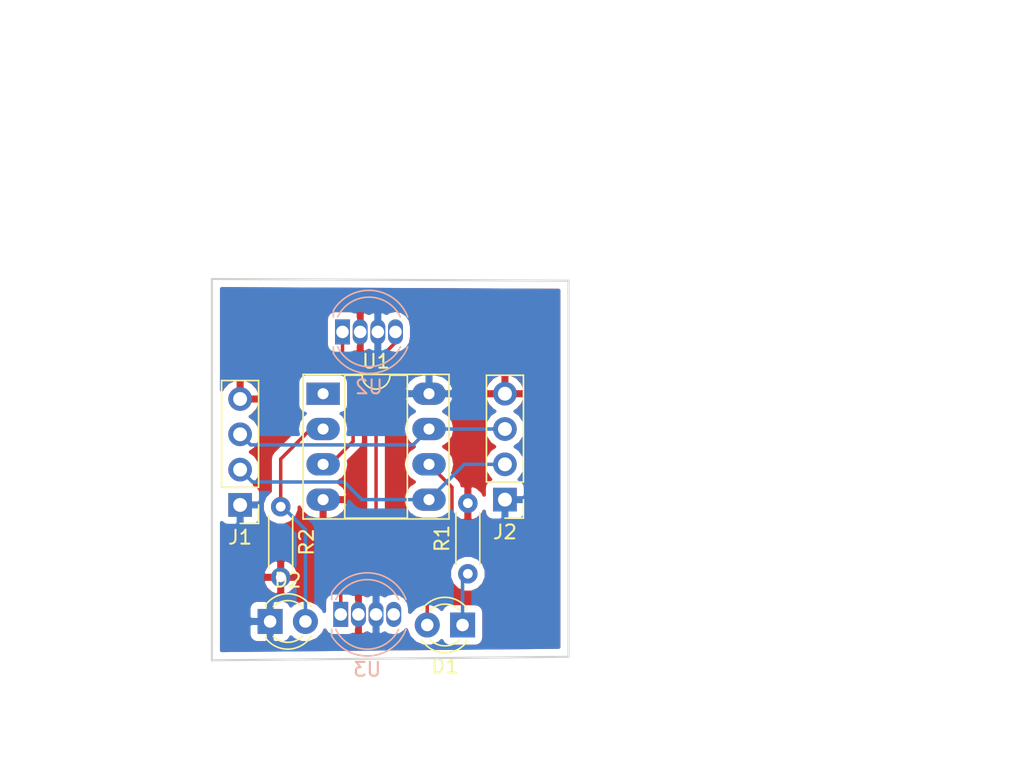
<source format=kicad_pcb>
(kicad_pcb (version 4) (host pcbnew 4.0.7)

  (general
    (links 21)
    (no_connects 0)
    (area 144.450999 121.971999 170.255001 149.554001)
    (thickness 1.6)
    (drawings 4)
    (tracks 33)
    (zones 0)
    (modules 9)
    (nets 12)
  )

  (page A4)
  (layers
    (0 F.Cu signal)
    (31 B.Cu signal)
    (32 B.Adhes user)
    (33 F.Adhes user)
    (34 B.Paste user)
    (35 F.Paste user)
    (36 B.SilkS user)
    (37 F.SilkS user)
    (38 B.Mask user)
    (39 F.Mask user)
    (40 Dwgs.User user)
    (41 Cmts.User user)
    (42 Eco1.User user)
    (43 Eco2.User user)
    (44 Edge.Cuts user)
    (45 Margin user)
    (46 B.CrtYd user)
    (47 F.CrtYd user)
    (48 B.Fab user)
    (49 F.Fab user)
  )

  (setup
    (last_trace_width 0.25)
    (trace_clearance 0.2)
    (zone_clearance 0.508)
    (zone_45_only no)
    (trace_min 0.2)
    (segment_width 0.2)
    (edge_width 0.15)
    (via_size 0.6)
    (via_drill 0.4)
    (via_min_size 0.4)
    (via_min_drill 0.3)
    (uvia_size 0.3)
    (uvia_drill 0.1)
    (uvias_allowed no)
    (uvia_min_size 0.2)
    (uvia_min_drill 0.1)
    (pcb_text_width 0.3)
    (pcb_text_size 1.5 1.5)
    (mod_edge_width 0.15)
    (mod_text_size 1 1)
    (mod_text_width 0.15)
    (pad_size 1.524 1.524)
    (pad_drill 0.762)
    (pad_to_mask_clearance 0.2)
    (aux_axis_origin 0 0)
    (visible_elements 7FFFFFFF)
    (pcbplotparams
      (layerselection 0x00030_80000001)
      (usegerberextensions false)
      (excludeedgelayer true)
      (linewidth 0.100000)
      (plotframeref false)
      (viasonmask false)
      (mode 1)
      (useauxorigin false)
      (hpglpennumber 1)
      (hpglpenspeed 20)
      (hpglpendiameter 15)
      (hpglpenoverlay 2)
      (psnegative false)
      (psa4output false)
      (plotreference true)
      (plotvalue true)
      (plotinvisibletext false)
      (padsonsilk false)
      (subtractmaskfromsilk false)
      (outputformat 1)
      (mirror false)
      (drillshape 1)
      (scaleselection 1)
      (outputdirectory ""))
  )

  (net 0 "")
  (net 1 "Net-(D1-Pad1)")
  (net 2 "Net-(D1-Pad2)")
  (net 3 VCC)
  (net 4 "Net-(D2-Pad2)")
  (net 5 "Net-(J1-Pad2)")
  (net 6 "Net-(J1-Pad3)")
  (net 7 GND)
  (net 8 "Net-(U1-Pad1)")
  (net 9 "Net-(U1-Pad3)")
  (net 10 "Net-(U2-Pad4)")
  (net 11 "Net-(U3-Pad4)")

  (net_class Default "This is the default net class."
    (clearance 0.2)
    (trace_width 0.25)
    (via_dia 0.6)
    (via_drill 0.4)
    (uvia_dia 0.3)
    (uvia_drill 0.1)
    (add_net GND)
    (add_net "Net-(D1-Pad1)")
    (add_net "Net-(D1-Pad2)")
    (add_net "Net-(D2-Pad2)")
    (add_net "Net-(J1-Pad2)")
    (add_net "Net-(J1-Pad3)")
    (add_net "Net-(U1-Pad1)")
    (add_net "Net-(U1-Pad3)")
    (add_net "Net-(U2-Pad4)")
    (add_net "Net-(U3-Pad4)")
    (add_net VCC)
  )

  (module Housings_DIP:DIP-8_W7.62mm_Socket_LongPads (layer F.Cu) (tedit 59C78D6B) (tstamp 5AA6F01D)
    (at 152.527 130.302)
    (descr "8-lead though-hole mounted DIP package, row spacing 7.62 mm (300 mils), Socket, LongPads")
    (tags "THT DIP DIL PDIP 2.54mm 7.62mm 300mil Socket LongPads")
    (path /5AA585CE)
    (fp_text reference U1 (at 3.81 -2.33) (layer F.SilkS)
      (effects (font (size 1 1) (thickness 0.15)))
    )
    (fp_text value ATTINY85-20SU (at 3.81 9.95) (layer F.Fab)
      (effects (font (size 1 1) (thickness 0.15)))
    )
    (fp_arc (start 3.81 -1.33) (end 2.81 -1.33) (angle -180) (layer F.SilkS) (width 0.12))
    (fp_line (start 1.635 -1.27) (end 6.985 -1.27) (layer F.Fab) (width 0.1))
    (fp_line (start 6.985 -1.27) (end 6.985 8.89) (layer F.Fab) (width 0.1))
    (fp_line (start 6.985 8.89) (end 0.635 8.89) (layer F.Fab) (width 0.1))
    (fp_line (start 0.635 8.89) (end 0.635 -0.27) (layer F.Fab) (width 0.1))
    (fp_line (start 0.635 -0.27) (end 1.635 -1.27) (layer F.Fab) (width 0.1))
    (fp_line (start -1.27 -1.33) (end -1.27 8.95) (layer F.Fab) (width 0.1))
    (fp_line (start -1.27 8.95) (end 8.89 8.95) (layer F.Fab) (width 0.1))
    (fp_line (start 8.89 8.95) (end 8.89 -1.33) (layer F.Fab) (width 0.1))
    (fp_line (start 8.89 -1.33) (end -1.27 -1.33) (layer F.Fab) (width 0.1))
    (fp_line (start 2.81 -1.33) (end 1.56 -1.33) (layer F.SilkS) (width 0.12))
    (fp_line (start 1.56 -1.33) (end 1.56 8.95) (layer F.SilkS) (width 0.12))
    (fp_line (start 1.56 8.95) (end 6.06 8.95) (layer F.SilkS) (width 0.12))
    (fp_line (start 6.06 8.95) (end 6.06 -1.33) (layer F.SilkS) (width 0.12))
    (fp_line (start 6.06 -1.33) (end 4.81 -1.33) (layer F.SilkS) (width 0.12))
    (fp_line (start -1.44 -1.39) (end -1.44 9.01) (layer F.SilkS) (width 0.12))
    (fp_line (start -1.44 9.01) (end 9.06 9.01) (layer F.SilkS) (width 0.12))
    (fp_line (start 9.06 9.01) (end 9.06 -1.39) (layer F.SilkS) (width 0.12))
    (fp_line (start 9.06 -1.39) (end -1.44 -1.39) (layer F.SilkS) (width 0.12))
    (fp_line (start -1.55 -1.6) (end -1.55 9.2) (layer F.CrtYd) (width 0.05))
    (fp_line (start -1.55 9.2) (end 9.15 9.2) (layer F.CrtYd) (width 0.05))
    (fp_line (start 9.15 9.2) (end 9.15 -1.6) (layer F.CrtYd) (width 0.05))
    (fp_line (start 9.15 -1.6) (end -1.55 -1.6) (layer F.CrtYd) (width 0.05))
    (fp_text user %R (at 3.81 3.81) (layer F.Fab)
      (effects (font (size 1 1) (thickness 0.15)))
    )
    (pad 1 thru_hole rect (at 0 0) (size 2.4 1.6) (drill 0.8) (layers *.Cu *.Mask)
      (net 8 "Net-(U1-Pad1)"))
    (pad 5 thru_hole oval (at 7.62 7.62) (size 2.4 1.6) (drill 0.8) (layers *.Cu *.Mask)
      (net 5 "Net-(J1-Pad2)"))
    (pad 2 thru_hole oval (at 0 2.54) (size 2.4 1.6) (drill 0.8) (layers *.Cu *.Mask)
      (net 4 "Net-(D2-Pad2)"))
    (pad 6 thru_hole oval (at 7.62 5.08) (size 2.4 1.6) (drill 0.8) (layers *.Cu *.Mask)
      (net 2 "Net-(D1-Pad2)"))
    (pad 3 thru_hole oval (at 0 5.08) (size 2.4 1.6) (drill 0.8) (layers *.Cu *.Mask)
      (net 9 "Net-(U1-Pad3)"))
    (pad 7 thru_hole oval (at 7.62 2.54) (size 2.4 1.6) (drill 0.8) (layers *.Cu *.Mask)
      (net 6 "Net-(J1-Pad3)"))
    (pad 4 thru_hole oval (at 0 7.62) (size 2.4 1.6) (drill 0.8) (layers *.Cu *.Mask)
      (net 7 GND))
    (pad 8 thru_hole oval (at 7.62 0) (size 2.4 1.6) (drill 0.8) (layers *.Cu *.Mask)
      (net 3 VCC))
    (model ${KISYS3DMOD}/Housings_DIP.3dshapes/DIP-8_W7.62mm_Socket.wrl
      (at (xyz 0 0 0))
      (scale (xyz 1 1 1))
      (rotate (xyz 0 0 0))
    )
  )

  (module Socket_Strips:Socket_Strip_Straight_1x04_Pitch2.54mm (layer F.Cu) (tedit 58CD5446) (tstamp 5AA6EFBE)
    (at 146.558 138.303 180)
    (descr "Through hole straight socket strip, 1x04, 2.54mm pitch, single row")
    (tags "Through hole socket strip THT 1x04 2.54mm single row")
    (path /5AA58693)
    (fp_text reference J1 (at 0 -2.33 180) (layer F.SilkS)
      (effects (font (size 1 1) (thickness 0.15)))
    )
    (fp_text value "I2C in" (at 0 9.95 180) (layer F.Fab)
      (effects (font (size 1 1) (thickness 0.15)))
    )
    (fp_line (start -1.27 -1.27) (end -1.27 8.89) (layer F.Fab) (width 0.1))
    (fp_line (start -1.27 8.89) (end 1.27 8.89) (layer F.Fab) (width 0.1))
    (fp_line (start 1.27 8.89) (end 1.27 -1.27) (layer F.Fab) (width 0.1))
    (fp_line (start 1.27 -1.27) (end -1.27 -1.27) (layer F.Fab) (width 0.1))
    (fp_line (start -1.33 1.27) (end -1.33 8.95) (layer F.SilkS) (width 0.12))
    (fp_line (start -1.33 8.95) (end 1.33 8.95) (layer F.SilkS) (width 0.12))
    (fp_line (start 1.33 8.95) (end 1.33 1.27) (layer F.SilkS) (width 0.12))
    (fp_line (start 1.33 1.27) (end -1.33 1.27) (layer F.SilkS) (width 0.12))
    (fp_line (start -1.33 0) (end -1.33 -1.33) (layer F.SilkS) (width 0.12))
    (fp_line (start -1.33 -1.33) (end 0 -1.33) (layer F.SilkS) (width 0.12))
    (fp_line (start -1.8 -1.8) (end -1.8 9.4) (layer F.CrtYd) (width 0.05))
    (fp_line (start -1.8 9.4) (end 1.8 9.4) (layer F.CrtYd) (width 0.05))
    (fp_line (start 1.8 9.4) (end 1.8 -1.8) (layer F.CrtYd) (width 0.05))
    (fp_line (start 1.8 -1.8) (end -1.8 -1.8) (layer F.CrtYd) (width 0.05))
    (fp_text user %R (at 0 -2.33 180) (layer F.Fab)
      (effects (font (size 1 1) (thickness 0.15)))
    )
    (pad 1 thru_hole rect (at 0 0 180) (size 1.7 1.7) (drill 1) (layers *.Cu *.Mask)
      (net 3 VCC))
    (pad 2 thru_hole oval (at 0 2.54 180) (size 1.7 1.7) (drill 1) (layers *.Cu *.Mask)
      (net 5 "Net-(J1-Pad2)"))
    (pad 3 thru_hole oval (at 0 5.08 180) (size 1.7 1.7) (drill 1) (layers *.Cu *.Mask)
      (net 6 "Net-(J1-Pad3)"))
    (pad 4 thru_hole oval (at 0 7.62 180) (size 1.7 1.7) (drill 1) (layers *.Cu *.Mask)
      (net 7 GND))
    (model ${KISYS3DMOD}/Socket_Strips.3dshapes/Socket_Strip_Straight_1x04_Pitch2.54mm.wrl
      (at (xyz 0 -0.15 0))
      (scale (xyz 1 1 1))
      (rotate (xyz 0 0 270))
    )
  )

  (module LEDs:LED_D3.0mm (layer F.Cu) (tedit 587A3A7B) (tstamp 5AA6EF94)
    (at 162.56 146.939 180)
    (descr "LED, diameter 3.0mm, 2 pins")
    (tags "LED diameter 3.0mm 2 pins")
    (path /5AA5877B)
    (fp_text reference D1 (at 1.27 -2.96 180) (layer F.SilkS)
      (effects (font (size 1 1) (thickness 0.15)))
    )
    (fp_text value IR204A (at 1.27 2.96 180) (layer F.Fab)
      (effects (font (size 1 1) (thickness 0.15)))
    )
    (fp_arc (start 1.27 0) (end -0.23 -1.16619) (angle 284.3) (layer F.Fab) (width 0.1))
    (fp_arc (start 1.27 0) (end -0.29 -1.235516) (angle 108.8) (layer F.SilkS) (width 0.12))
    (fp_arc (start 1.27 0) (end -0.29 1.235516) (angle -108.8) (layer F.SilkS) (width 0.12))
    (fp_arc (start 1.27 0) (end 0.229039 -1.08) (angle 87.9) (layer F.SilkS) (width 0.12))
    (fp_arc (start 1.27 0) (end 0.229039 1.08) (angle -87.9) (layer F.SilkS) (width 0.12))
    (fp_circle (center 1.27 0) (end 2.77 0) (layer F.Fab) (width 0.1))
    (fp_line (start -0.23 -1.16619) (end -0.23 1.16619) (layer F.Fab) (width 0.1))
    (fp_line (start -0.29 -1.236) (end -0.29 -1.08) (layer F.SilkS) (width 0.12))
    (fp_line (start -0.29 1.08) (end -0.29 1.236) (layer F.SilkS) (width 0.12))
    (fp_line (start -1.15 -2.25) (end -1.15 2.25) (layer F.CrtYd) (width 0.05))
    (fp_line (start -1.15 2.25) (end 3.7 2.25) (layer F.CrtYd) (width 0.05))
    (fp_line (start 3.7 2.25) (end 3.7 -2.25) (layer F.CrtYd) (width 0.05))
    (fp_line (start 3.7 -2.25) (end -1.15 -2.25) (layer F.CrtYd) (width 0.05))
    (pad 1 thru_hole rect (at 0 0 180) (size 1.8 1.8) (drill 0.9) (layers *.Cu *.Mask)
      (net 1 "Net-(D1-Pad1)"))
    (pad 2 thru_hole circle (at 2.54 0 180) (size 1.8 1.8) (drill 0.9) (layers *.Cu *.Mask)
      (net 2 "Net-(D1-Pad2)"))
    (model ${KISYS3DMOD}/LEDs.3dshapes/LED_D3.0mm.wrl
      (at (xyz 0 0 0))
      (scale (xyz 0.393701 0.393701 0.393701))
      (rotate (xyz 0 0 0))
    )
  )

  (module LEDs:LED_D3.0mm (layer F.Cu) (tedit 587A3A7B) (tstamp 5AA6EFA7)
    (at 148.717 146.685)
    (descr "LED, diameter 3.0mm, 2 pins")
    (tags "LED diameter 3.0mm 2 pins")
    (path /5AA587A8)
    (fp_text reference D2 (at 1.27 -2.96) (layer F.SilkS)
      (effects (font (size 1 1) (thickness 0.15)))
    )
    (fp_text value D_Photo (at 1.27 2.96) (layer F.Fab)
      (effects (font (size 1 1) (thickness 0.15)))
    )
    (fp_arc (start 1.27 0) (end -0.23 -1.16619) (angle 284.3) (layer F.Fab) (width 0.1))
    (fp_arc (start 1.27 0) (end -0.29 -1.235516) (angle 108.8) (layer F.SilkS) (width 0.12))
    (fp_arc (start 1.27 0) (end -0.29 1.235516) (angle -108.8) (layer F.SilkS) (width 0.12))
    (fp_arc (start 1.27 0) (end 0.229039 -1.08) (angle 87.9) (layer F.SilkS) (width 0.12))
    (fp_arc (start 1.27 0) (end 0.229039 1.08) (angle -87.9) (layer F.SilkS) (width 0.12))
    (fp_circle (center 1.27 0) (end 2.77 0) (layer F.Fab) (width 0.1))
    (fp_line (start -0.23 -1.16619) (end -0.23 1.16619) (layer F.Fab) (width 0.1))
    (fp_line (start -0.29 -1.236) (end -0.29 -1.08) (layer F.SilkS) (width 0.12))
    (fp_line (start -0.29 1.08) (end -0.29 1.236) (layer F.SilkS) (width 0.12))
    (fp_line (start -1.15 -2.25) (end -1.15 2.25) (layer F.CrtYd) (width 0.05))
    (fp_line (start -1.15 2.25) (end 3.7 2.25) (layer F.CrtYd) (width 0.05))
    (fp_line (start 3.7 2.25) (end 3.7 -2.25) (layer F.CrtYd) (width 0.05))
    (fp_line (start 3.7 -2.25) (end -1.15 -2.25) (layer F.CrtYd) (width 0.05))
    (pad 1 thru_hole rect (at 0 0) (size 1.8 1.8) (drill 0.9) (layers *.Cu *.Mask)
      (net 3 VCC))
    (pad 2 thru_hole circle (at 2.54 0) (size 1.8 1.8) (drill 0.9) (layers *.Cu *.Mask)
      (net 4 "Net-(D2-Pad2)"))
    (model ${KISYS3DMOD}/LEDs.3dshapes/LED_D3.0mm.wrl
      (at (xyz 0 0 0))
      (scale (xyz 0.393701 0.393701 0.393701))
      (rotate (xyz 0 0 0))
    )
  )

  (module Socket_Strips:Socket_Strip_Straight_1x04_Pitch2.54mm (layer F.Cu) (tedit 58CD5446) (tstamp 5AA6EFD5)
    (at 165.608 137.922 180)
    (descr "Through hole straight socket strip, 1x04, 2.54mm pitch, single row")
    (tags "Through hole socket strip THT 1x04 2.54mm single row")
    (path /5AA586DC)
    (fp_text reference J2 (at 0 -2.33 180) (layer F.SilkS)
      (effects (font (size 1 1) (thickness 0.15)))
    )
    (fp_text value "I2C out" (at 0 9.95 180) (layer F.Fab)
      (effects (font (size 1 1) (thickness 0.15)))
    )
    (fp_line (start -1.27 -1.27) (end -1.27 8.89) (layer F.Fab) (width 0.1))
    (fp_line (start -1.27 8.89) (end 1.27 8.89) (layer F.Fab) (width 0.1))
    (fp_line (start 1.27 8.89) (end 1.27 -1.27) (layer F.Fab) (width 0.1))
    (fp_line (start 1.27 -1.27) (end -1.27 -1.27) (layer F.Fab) (width 0.1))
    (fp_line (start -1.33 1.27) (end -1.33 8.95) (layer F.SilkS) (width 0.12))
    (fp_line (start -1.33 8.95) (end 1.33 8.95) (layer F.SilkS) (width 0.12))
    (fp_line (start 1.33 8.95) (end 1.33 1.27) (layer F.SilkS) (width 0.12))
    (fp_line (start 1.33 1.27) (end -1.33 1.27) (layer F.SilkS) (width 0.12))
    (fp_line (start -1.33 0) (end -1.33 -1.33) (layer F.SilkS) (width 0.12))
    (fp_line (start -1.33 -1.33) (end 0 -1.33) (layer F.SilkS) (width 0.12))
    (fp_line (start -1.8 -1.8) (end -1.8 9.4) (layer F.CrtYd) (width 0.05))
    (fp_line (start -1.8 9.4) (end 1.8 9.4) (layer F.CrtYd) (width 0.05))
    (fp_line (start 1.8 9.4) (end 1.8 -1.8) (layer F.CrtYd) (width 0.05))
    (fp_line (start 1.8 -1.8) (end -1.8 -1.8) (layer F.CrtYd) (width 0.05))
    (fp_text user %R (at 0 -2.33 180) (layer F.Fab)
      (effects (font (size 1 1) (thickness 0.15)))
    )
    (pad 1 thru_hole rect (at 0 0 180) (size 1.7 1.7) (drill 1) (layers *.Cu *.Mask)
      (net 3 VCC))
    (pad 2 thru_hole oval (at 0 2.54 180) (size 1.7 1.7) (drill 1) (layers *.Cu *.Mask)
      (net 5 "Net-(J1-Pad2)"))
    (pad 3 thru_hole oval (at 0 5.08 180) (size 1.7 1.7) (drill 1) (layers *.Cu *.Mask)
      (net 6 "Net-(J1-Pad3)"))
    (pad 4 thru_hole oval (at 0 7.62 180) (size 1.7 1.7) (drill 1) (layers *.Cu *.Mask)
      (net 7 GND))
    (model ${KISYS3DMOD}/Socket_Strips.3dshapes/Socket_Strip_Straight_1x04_Pitch2.54mm.wrl
      (at (xyz 0 -0.15 0))
      (scale (xyz 1 1 1))
      (rotate (xyz 0 0 270))
    )
  )

  (module Resistors_THT:R_Axial_DIN0204_L3.6mm_D1.6mm_P5.08mm_Horizontal (layer F.Cu) (tedit 5874F706) (tstamp 5AA6EFE7)
    (at 162.941 143.256 90)
    (descr "Resistor, Axial_DIN0204 series, Axial, Horizontal, pin pitch=5.08mm, 0.16666666666666666W = 1/6W, length*diameter=3.6*1.6mm^2, http://cdn-reichelt.de/documents/datenblatt/B400/1_4W%23YAG.pdf")
    (tags "Resistor Axial_DIN0204 series Axial Horizontal pin pitch 5.08mm 0.16666666666666666W = 1/6W length 3.6mm diameter 1.6mm")
    (path /5AA592B1)
    (fp_text reference R1 (at 2.54 -1.86 90) (layer F.SilkS)
      (effects (font (size 1 1) (thickness 0.15)))
    )
    (fp_text value R (at 2.54 1.86 90) (layer F.Fab)
      (effects (font (size 1 1) (thickness 0.15)))
    )
    (fp_line (start 0.74 -0.8) (end 0.74 0.8) (layer F.Fab) (width 0.1))
    (fp_line (start 0.74 0.8) (end 4.34 0.8) (layer F.Fab) (width 0.1))
    (fp_line (start 4.34 0.8) (end 4.34 -0.8) (layer F.Fab) (width 0.1))
    (fp_line (start 4.34 -0.8) (end 0.74 -0.8) (layer F.Fab) (width 0.1))
    (fp_line (start 0 0) (end 0.74 0) (layer F.Fab) (width 0.1))
    (fp_line (start 5.08 0) (end 4.34 0) (layer F.Fab) (width 0.1))
    (fp_line (start 0.68 -0.86) (end 4.4 -0.86) (layer F.SilkS) (width 0.12))
    (fp_line (start 0.68 0.86) (end 4.4 0.86) (layer F.SilkS) (width 0.12))
    (fp_line (start -0.95 -1.15) (end -0.95 1.15) (layer F.CrtYd) (width 0.05))
    (fp_line (start -0.95 1.15) (end 6.05 1.15) (layer F.CrtYd) (width 0.05))
    (fp_line (start 6.05 1.15) (end 6.05 -1.15) (layer F.CrtYd) (width 0.05))
    (fp_line (start 6.05 -1.15) (end -0.95 -1.15) (layer F.CrtYd) (width 0.05))
    (pad 1 thru_hole circle (at 0 0 90) (size 1.4 1.4) (drill 0.7) (layers *.Cu *.Mask)
      (net 1 "Net-(D1-Pad1)"))
    (pad 2 thru_hole oval (at 5.08 0 90) (size 1.4 1.4) (drill 0.7) (layers *.Cu *.Mask)
      (net 7 GND))
    (model ${KISYS3DMOD}/Resistors_THT.3dshapes/R_Axial_DIN0204_L3.6mm_D1.6mm_P5.08mm_Horizontal.wrl
      (at (xyz 0 0 0))
      (scale (xyz 0.393701 0.393701 0.393701))
      (rotate (xyz 0 0 0))
    )
  )

  (module Resistors_THT:R_Axial_DIN0204_L3.6mm_D1.6mm_P5.08mm_Horizontal (layer F.Cu) (tedit 5874F706) (tstamp 5AA6EFF9)
    (at 149.479 138.43 270)
    (descr "Resistor, Axial_DIN0204 series, Axial, Horizontal, pin pitch=5.08mm, 0.16666666666666666W = 1/6W, length*diameter=3.6*1.6mm^2, http://cdn-reichelt.de/documents/datenblatt/B400/1_4W%23YAG.pdf")
    (tags "Resistor Axial_DIN0204 series Axial Horizontal pin pitch 5.08mm 0.16666666666666666W = 1/6W length 3.6mm diameter 1.6mm")
    (path /5AA59224)
    (fp_text reference R2 (at 2.54 -1.86 270) (layer F.SilkS)
      (effects (font (size 1 1) (thickness 0.15)))
    )
    (fp_text value R (at 2.54 1.86 270) (layer F.Fab)
      (effects (font (size 1 1) (thickness 0.15)))
    )
    (fp_line (start 0.74 -0.8) (end 0.74 0.8) (layer F.Fab) (width 0.1))
    (fp_line (start 0.74 0.8) (end 4.34 0.8) (layer F.Fab) (width 0.1))
    (fp_line (start 4.34 0.8) (end 4.34 -0.8) (layer F.Fab) (width 0.1))
    (fp_line (start 4.34 -0.8) (end 0.74 -0.8) (layer F.Fab) (width 0.1))
    (fp_line (start 0 0) (end 0.74 0) (layer F.Fab) (width 0.1))
    (fp_line (start 5.08 0) (end 4.34 0) (layer F.Fab) (width 0.1))
    (fp_line (start 0.68 -0.86) (end 4.4 -0.86) (layer F.SilkS) (width 0.12))
    (fp_line (start 0.68 0.86) (end 4.4 0.86) (layer F.SilkS) (width 0.12))
    (fp_line (start -0.95 -1.15) (end -0.95 1.15) (layer F.CrtYd) (width 0.05))
    (fp_line (start -0.95 1.15) (end 6.05 1.15) (layer F.CrtYd) (width 0.05))
    (fp_line (start 6.05 1.15) (end 6.05 -1.15) (layer F.CrtYd) (width 0.05))
    (fp_line (start 6.05 -1.15) (end -0.95 -1.15) (layer F.CrtYd) (width 0.05))
    (pad 1 thru_hole circle (at 0 0 270) (size 1.4 1.4) (drill 0.7) (layers *.Cu *.Mask)
      (net 4 "Net-(D2-Pad2)"))
    (pad 2 thru_hole oval (at 5.08 0 270) (size 1.4 1.4) (drill 0.7) (layers *.Cu *.Mask)
      (net 7 GND))
    (model ${KISYS3DMOD}/Resistors_THT.3dshapes/R_Axial_DIN0204_L3.6mm_D1.6mm_P5.08mm_Horizontal.wrl
      (at (xyz 0 0 0))
      (scale (xyz 0.393701 0.393701 0.393701))
      (rotate (xyz 0 0 0))
    )
  )

  (module LEDs:LED_D5.0mm-4 (layer B.Cu) (tedit 587A3A7B) (tstamp 5AA6F032)
    (at 153.924 125.857)
    (descr "LED, diameter 5.0mm, 2 pins, diameter 5.0mm, 3 pins, diameter 5.0mm, 4 pins, http://www.kingbright.com/attachments/file/psearch/000/00/00/L-154A4SUREQBFZGEW(Ver.9A).pdf")
    (tags "LED diameter 5.0mm 2 pins diameter 5.0mm 3 pins diameter 5.0mm 4 pins")
    (path /5AA59C2F)
    (fp_text reference U2 (at 1.905 3.96) (layer B.SilkS)
      (effects (font (size 1 1) (thickness 0.15)) (justify mirror))
    )
    (fp_text value WS2812 (at 1.905 -3.96) (layer B.Fab)
      (effects (font (size 1 1) (thickness 0.15)) (justify mirror))
    )
    (fp_arc (start 1.905 0) (end -0.595 1.469694) (angle -299.1) (layer B.Fab) (width 0.1))
    (fp_arc (start 1.905 0) (end -0.655 1.54483) (angle -127.7) (layer B.SilkS) (width 0.12))
    (fp_arc (start 1.905 0) (end -0.655 -1.54483) (angle 127.7) (layer B.SilkS) (width 0.12))
    (fp_arc (start 1.905 0) (end -0.349684 1.08) (angle -128.8) (layer B.SilkS) (width 0.12))
    (fp_arc (start 1.905 0) (end -0.349684 -1.08) (angle 128.8) (layer B.SilkS) (width 0.12))
    (fp_circle (center 1.905 0) (end 4.405 0) (layer B.Fab) (width 0.1))
    (fp_line (start -0.595 1.469694) (end -0.595 -1.469694) (layer B.Fab) (width 0.1))
    (fp_line (start -0.655 1.545) (end -0.655 1.08) (layer B.SilkS) (width 0.12))
    (fp_line (start -0.655 -1.08) (end -0.655 -1.545) (layer B.SilkS) (width 0.12))
    (fp_line (start -1.35 3.25) (end -1.35 -3.25) (layer B.CrtYd) (width 0.05))
    (fp_line (start -1.35 -3.25) (end 5.15 -3.25) (layer B.CrtYd) (width 0.05))
    (fp_line (start 5.15 -3.25) (end 5.15 3.25) (layer B.CrtYd) (width 0.05))
    (fp_line (start 5.15 3.25) (end -1.35 3.25) (layer B.CrtYd) (width 0.05))
    (pad 1 thru_hole rect (at 0 0) (size 1.07 1.8) (drill 0.9) (layers *.Cu *.Mask)
      (net 9 "Net-(U1-Pad3)"))
    (pad 2 thru_hole oval (at 1.27 0) (size 1.07 1.8) (drill 0.9) (layers *.Cu *.Mask)
      (net 7 GND))
    (pad 3 thru_hole oval (at 2.54 0) (size 1.07 1.8) (drill 0.9) (layers *.Cu *.Mask)
      (net 3 VCC))
    (pad 4 thru_hole oval (at 3.81 0) (size 1.07 1.8) (drill 0.9) (layers *.Cu *.Mask)
      (net 10 "Net-(U2-Pad4)"))
    (model ${KISYS3DMOD}/LEDs.3dshapes/LED_D5.0mm-4.wrl
      (at (xyz 0 0 0))
      (scale (xyz 0.393701 0.393701 0.393701))
      (rotate (xyz 0 0 0))
    )
  )

  (module LEDs:LED_D5.0mm-4 (layer B.Cu) (tedit 587A3A7B) (tstamp 5AA6F047)
    (at 153.797 146.177)
    (descr "LED, diameter 5.0mm, 2 pins, diameter 5.0mm, 3 pins, diameter 5.0mm, 4 pins, http://www.kingbright.com/attachments/file/psearch/000/00/00/L-154A4SUREQBFZGEW(Ver.9A).pdf")
    (tags "LED diameter 5.0mm 2 pins diameter 5.0mm 3 pins diameter 5.0mm 4 pins")
    (path /5AA59C72)
    (fp_text reference U3 (at 1.905 3.96) (layer B.SilkS)
      (effects (font (size 1 1) (thickness 0.15)) (justify mirror))
    )
    (fp_text value WS2812 (at 1.905 -3.96) (layer B.Fab)
      (effects (font (size 1 1) (thickness 0.15)) (justify mirror))
    )
    (fp_arc (start 1.905 0) (end -0.595 1.469694) (angle -299.1) (layer B.Fab) (width 0.1))
    (fp_arc (start 1.905 0) (end -0.655 1.54483) (angle -127.7) (layer B.SilkS) (width 0.12))
    (fp_arc (start 1.905 0) (end -0.655 -1.54483) (angle 127.7) (layer B.SilkS) (width 0.12))
    (fp_arc (start 1.905 0) (end -0.349684 1.08) (angle -128.8) (layer B.SilkS) (width 0.12))
    (fp_arc (start 1.905 0) (end -0.349684 -1.08) (angle 128.8) (layer B.SilkS) (width 0.12))
    (fp_circle (center 1.905 0) (end 4.405 0) (layer B.Fab) (width 0.1))
    (fp_line (start -0.595 1.469694) (end -0.595 -1.469694) (layer B.Fab) (width 0.1))
    (fp_line (start -0.655 1.545) (end -0.655 1.08) (layer B.SilkS) (width 0.12))
    (fp_line (start -0.655 -1.08) (end -0.655 -1.545) (layer B.SilkS) (width 0.12))
    (fp_line (start -1.35 3.25) (end -1.35 -3.25) (layer B.CrtYd) (width 0.05))
    (fp_line (start -1.35 -3.25) (end 5.15 -3.25) (layer B.CrtYd) (width 0.05))
    (fp_line (start 5.15 -3.25) (end 5.15 3.25) (layer B.CrtYd) (width 0.05))
    (fp_line (start 5.15 3.25) (end -1.35 3.25) (layer B.CrtYd) (width 0.05))
    (pad 1 thru_hole rect (at 0 0) (size 1.07 1.8) (drill 0.9) (layers *.Cu *.Mask)
      (net 10 "Net-(U2-Pad4)"))
    (pad 2 thru_hole oval (at 1.27 0) (size 1.07 1.8) (drill 0.9) (layers *.Cu *.Mask)
      (net 7 GND))
    (pad 3 thru_hole oval (at 2.54 0) (size 1.07 1.8) (drill 0.9) (layers *.Cu *.Mask)
      (net 3 VCC))
    (pad 4 thru_hole oval (at 3.81 0) (size 1.07 1.8) (drill 0.9) (layers *.Cu *.Mask)
      (net 11 "Net-(U3-Pad4)"))
    (model ${KISYS3DMOD}/LEDs.3dshapes/LED_D5.0mm-4.wrl
      (at (xyz 0 0 0))
      (scale (xyz 0.393701 0.393701 0.393701))
      (rotate (xyz 0 0 0))
    )
  )

  (gr_line (start 144.526 122.047) (end 170.18 122.174) (angle 90) (layer Edge.Cuts) (width 0.15))
  (gr_line (start 144.526 149.479) (end 144.526 122.047) (angle 90) (layer Edge.Cuts) (width 0.15))
  (gr_line (start 170.18 149.225) (end 144.526 149.479) (angle 90) (layer Edge.Cuts) (width 0.15))
  (gr_line (start 170.18 122.174) (end 170.18 149.225) (angle 90) (layer Edge.Cuts) (width 0.15))

  (segment (start 162.56 146.939) (end 162.56 143.637) (width 0.25) (layer B.Cu) (net 1))
  (segment (start 162.56 143.637) (end 162.941 143.256) (width 0.25) (layer B.Cu) (net 1) (tstamp 5AA6F428))
  (segment (start 160.02 146.939) (end 160.02 140.97) (width 0.25) (layer F.Cu) (net 2))
  (segment (start 161.798 137.033) (end 160.147 135.382) (width 0.25) (layer F.Cu) (net 2) (tstamp 5AA6F449))
  (segment (start 161.798 139.192) (end 161.798 137.033) (width 0.25) (layer F.Cu) (net 2) (tstamp 5AA6F447))
  (segment (start 160.02 140.97) (end 161.798 139.192) (width 0.25) (layer F.Cu) (net 2) (tstamp 5AA6F445))
  (segment (start 149.479 138.43) (end 149.606 138.43) (width 0.25) (layer B.Cu) (net 4))
  (segment (start 149.606 138.43) (end 151.257 140.081) (width 0.25) (layer B.Cu) (net 4) (tstamp 5AA6F459))
  (segment (start 151.257 140.081) (end 151.257 146.685) (width 0.25) (layer B.Cu) (net 4) (tstamp 5AA6F45A))
  (segment (start 149.479 138.43) (end 149.479 135.001) (width 0.25) (layer F.Cu) (net 4))
  (segment (start 149.479 135.001) (end 151.638 132.842) (width 0.25) (layer F.Cu) (net 4) (tstamp 5AA6F438))
  (segment (start 151.638 132.842) (end 152.527 132.842) (width 0.25) (layer F.Cu) (net 4) (tstamp 5AA6F439))
  (segment (start 160.147 137.922) (end 155.321 137.922) (width 0.25) (layer B.Cu) (net 5))
  (segment (start 147.447 136.652) (end 146.558 135.763) (width 0.25) (layer B.Cu) (net 5) (tstamp 5AA6F425))
  (segment (start 154.051 136.652) (end 147.447 136.652) (width 0.25) (layer B.Cu) (net 5) (tstamp 5AA6F423))
  (segment (start 155.321 137.922) (end 154.051 136.652) (width 0.25) (layer B.Cu) (net 5) (tstamp 5AA6F421))
  (segment (start 165.608 135.382) (end 162.687 135.382) (width 0.25) (layer B.Cu) (net 5))
  (segment (start 162.687 135.382) (end 160.147 137.922) (width 0.25) (layer B.Cu) (net 5) (tstamp 5AA6F41D))
  (segment (start 165.608 132.842) (end 160.147 132.842) (width 0.25) (layer B.Cu) (net 6))
  (segment (start 160.147 132.842) (end 159.004 133.985) (width 0.25) (layer B.Cu) (net 6) (tstamp 5AA6F3CB))
  (segment (start 159.004 133.985) (end 147.32 133.985) (width 0.25) (layer B.Cu) (net 6) (tstamp 5AA6F3CC))
  (segment (start 147.32 133.985) (end 146.558 133.223) (width 0.25) (layer B.Cu) (net 6) (tstamp 5AA6F3CE))
  (segment (start 152.527 135.382) (end 153.035 135.382) (width 0.25) (layer F.Cu) (net 9) (status C00000))
  (segment (start 153.035 135.382) (end 154.686 133.731) (width 0.25) (layer F.Cu) (net 9) (tstamp 5AA6F49D) (status 400000))
  (segment (start 153.924 127.508) (end 153.924 125.857) (width 0.25) (layer F.Cu) (net 9) (tstamp 5AA6F4A1) (status 800000))
  (segment (start 154.686 128.27) (end 153.924 127.508) (width 0.25) (layer F.Cu) (net 9) (tstamp 5AA6F4A0))
  (segment (start 154.686 133.731) (end 154.686 128.27) (width 0.25) (layer F.Cu) (net 9) (tstamp 5AA6F49E))
  (segment (start 152.527 135.382) (end 153.416 135.382) (width 0.25) (layer F.Cu) (net 9))
  (segment (start 157.734 125.857) (end 157.734 126.619) (width 0.25) (layer F.Cu) (net 10) (status C00000))
  (segment (start 157.734 126.619) (end 156.337 128.016) (width 0.25) (layer F.Cu) (net 10) (tstamp 5AA6F4A4) (status 400000))
  (segment (start 156.337 128.016) (end 156.337 141.986) (width 0.25) (layer F.Cu) (net 10) (tstamp 5AA6F4A5))
  (segment (start 156.337 141.986) (end 153.797 144.526) (width 0.25) (layer F.Cu) (net 10) (tstamp 5AA6F4A7))
  (segment (start 153.797 144.526) (end 153.797 146.177) (width 0.25) (layer F.Cu) (net 10) (tstamp 5AA6F4A9) (status 800000))

  (zone (net 7) (net_name GND) (layer F.Cu) (tstamp 5AA6F1E2) (hatch edge 0.508)
    (connect_pads (clearance 0.508))
    (min_thickness 0.254)
    (fill yes (arc_segments 16) (thermal_gap 0.508) (thermal_bridge_width 0.508))
    (polygon
      (pts
        (xy 202.819 156.591) (xy 129.54 157.226) (xy 131.191 101.981) (xy 202.565 101.981)
      )
    )
    (filled_polygon
      (pts
        (xy 169.47 122.880494) (xy 169.47 148.521995) (xy 145.236 148.761936) (xy 145.236 145.785) (xy 147.16956 145.785)
        (xy 147.16956 147.585) (xy 147.213838 147.820317) (xy 147.35291 148.036441) (xy 147.56511 148.181431) (xy 147.817 148.23244)
        (xy 149.617 148.23244) (xy 149.852317 148.188162) (xy 150.068441 148.04909) (xy 150.213431 147.83689) (xy 150.217567 147.816466)
        (xy 150.386357 147.985551) (xy 150.95033 148.219733) (xy 151.560991 148.220265) (xy 152.125371 147.987068) (xy 152.557551 147.555643)
        (xy 152.65876 147.311904) (xy 152.658838 147.312317) (xy 152.79791 147.528441) (xy 153.01011 147.673431) (xy 153.262 147.72444)
        (xy 154.332 147.72444) (xy 154.567317 147.680162) (xy 154.65883 147.621275) (xy 154.759617 147.6709) (xy 154.94 147.545244)
        (xy 154.94 147.271761) (xy 154.97944 147.077) (xy 154.97944 145.781928) (xy 155.167 145.781928) (xy 155.167 146.572072)
        (xy 155.194 146.70781) (xy 155.194 147.545244) (xy 155.374383 147.6709) (xy 155.686234 147.517354) (xy 155.88926 147.653011)
        (xy 156.337 147.742072) (xy 156.78474 147.653011) (xy 156.972 147.527888) (xy 157.15926 147.653011) (xy 157.607 147.742072)
        (xy 158.05474 147.653011) (xy 158.434315 147.399387) (xy 158.505399 147.293002) (xy 158.717932 147.807371) (xy 159.149357 148.239551)
        (xy 159.71333 148.473733) (xy 160.323991 148.474265) (xy 160.888371 148.241068) (xy 161.056613 148.07312) (xy 161.056838 148.074317)
        (xy 161.19591 148.290441) (xy 161.40811 148.435431) (xy 161.66 148.48644) (xy 163.46 148.48644) (xy 163.695317 148.442162)
        (xy 163.911441 148.30309) (xy 164.056431 148.09089) (xy 164.10744 147.839) (xy 164.10744 146.039) (xy 164.063162 145.803683)
        (xy 163.92409 145.587559) (xy 163.71189 145.442569) (xy 163.46 145.39156) (xy 161.66 145.39156) (xy 161.424683 145.435838)
        (xy 161.208559 145.57491) (xy 161.063569 145.78711) (xy 161.059433 145.807534) (xy 160.890643 145.638449) (xy 160.78 145.592506)
        (xy 160.78 143.520383) (xy 161.605769 143.520383) (xy 161.808582 144.011229) (xy 162.183796 144.387098) (xy 162.674287 144.590768)
        (xy 163.205383 144.591231) (xy 163.696229 144.388418) (xy 164.072098 144.013204) (xy 164.275768 143.522713) (xy 164.276231 142.991617)
        (xy 164.073418 142.500771) (xy 163.698204 142.124902) (xy 163.207713 141.921232) (xy 162.676617 141.920769) (xy 162.185771 142.123582)
        (xy 161.809902 142.498796) (xy 161.606232 142.989287) (xy 161.605769 143.520383) (xy 160.78 143.520383) (xy 160.78 141.284802)
        (xy 162.335401 139.729401) (xy 162.500148 139.482839) (xy 162.510928 139.428647) (xy 162.607671 139.468716) (xy 162.814 139.345374)
        (xy 162.814 138.303) (xy 162.794 138.303) (xy 162.794 138.049) (xy 162.814 138.049) (xy 162.814 137.006626)
        (xy 163.068 137.006626) (xy 163.068 138.049) (xy 163.088 138.049) (xy 163.088 138.303) (xy 163.068 138.303)
        (xy 163.068 139.345374) (xy 163.274329 139.468716) (xy 163.619396 139.325797) (xy 164.007764 138.978663) (xy 164.11056 138.765153)
        (xy 164.11056 138.772) (xy 164.154838 139.007317) (xy 164.29391 139.223441) (xy 164.50611 139.368431) (xy 164.758 139.41944)
        (xy 166.458 139.41944) (xy 166.693317 139.375162) (xy 166.909441 139.23609) (xy 167.054431 139.02389) (xy 167.10544 138.772)
        (xy 167.10544 137.072) (xy 167.061162 136.836683) (xy 166.92209 136.620559) (xy 166.70989 136.475569) (xy 166.642459 136.461914)
        (xy 166.687147 136.432054) (xy 167.009054 135.950285) (xy 167.122093 135.382) (xy 167.009054 134.813715) (xy 166.687147 134.331946)
        (xy 166.357974 134.112) (xy 166.687147 133.892054) (xy 167.009054 133.410285) (xy 167.122093 132.842) (xy 167.009054 132.273715)
        (xy 166.687147 131.791946) (xy 166.346447 131.564298) (xy 166.489358 131.497183) (xy 166.879645 131.068924) (xy 167.049476 130.65889)
        (xy 166.928155 130.429) (xy 165.735 130.429) (xy 165.735 130.449) (xy 165.481 130.449) (xy 165.481 130.429)
        (xy 164.287845 130.429) (xy 164.166524 130.65889) (xy 164.336355 131.068924) (xy 164.726642 131.497183) (xy 164.869553 131.564298)
        (xy 164.528853 131.791946) (xy 164.206946 132.273715) (xy 164.093907 132.842) (xy 164.206946 133.410285) (xy 164.528853 133.892054)
        (xy 164.858026 134.112) (xy 164.528853 134.331946) (xy 164.206946 134.813715) (xy 164.093907 135.382) (xy 164.206946 135.950285)
        (xy 164.528853 136.432054) (xy 164.570452 136.45985) (xy 164.522683 136.468838) (xy 164.306559 136.60791) (xy 164.161569 136.82011)
        (xy 164.11056 137.072) (xy 164.11056 137.586847) (xy 164.007764 137.373337) (xy 163.619396 137.026203) (xy 163.274329 136.883284)
        (xy 163.068 137.006626) (xy 162.814 137.006626) (xy 162.607671 136.883284) (xy 162.534267 136.913686) (xy 162.500148 136.742161)
        (xy 162.335401 136.495599) (xy 161.853536 136.013734) (xy 161.908717 135.931151) (xy 162.01795 135.382) (xy 161.908717 134.832849)
        (xy 161.597648 134.367302) (xy 161.215562 134.112) (xy 161.597648 133.856698) (xy 161.908717 133.391151) (xy 162.01795 132.842)
        (xy 161.908717 132.292849) (xy 161.597648 131.827302) (xy 161.215562 131.572) (xy 161.597648 131.316698) (xy 161.908717 130.851151)
        (xy 162.01795 130.302) (xy 161.946961 129.94511) (xy 164.166524 129.94511) (xy 164.287845 130.175) (xy 165.481 130.175)
        (xy 165.481 128.981181) (xy 165.735 128.981181) (xy 165.735 130.175) (xy 166.928155 130.175) (xy 167.049476 129.94511)
        (xy 166.879645 129.535076) (xy 166.489358 129.106817) (xy 165.964892 128.860514) (xy 165.735 128.981181) (xy 165.481 128.981181)
        (xy 165.251108 128.860514) (xy 164.726642 129.106817) (xy 164.336355 129.535076) (xy 164.166524 129.94511) (xy 161.946961 129.94511)
        (xy 161.908717 129.752849) (xy 161.597648 129.287302) (xy 161.132101 128.976233) (xy 160.58295 128.867) (xy 159.71105 128.867)
        (xy 159.161899 128.976233) (xy 158.696352 129.287302) (xy 158.385283 129.752849) (xy 158.27605 130.302) (xy 158.385283 130.851151)
        (xy 158.696352 131.316698) (xy 159.078438 131.572) (xy 158.696352 131.827302) (xy 158.385283 132.292849) (xy 158.27605 132.842)
        (xy 158.385283 133.391151) (xy 158.696352 133.856698) (xy 159.078438 134.112) (xy 158.696352 134.367302) (xy 158.385283 134.832849)
        (xy 158.27605 135.382) (xy 158.385283 135.931151) (xy 158.696352 136.396698) (xy 159.078438 136.652) (xy 158.696352 136.907302)
        (xy 158.385283 137.372849) (xy 158.27605 137.922) (xy 158.385283 138.471151) (xy 158.696352 138.936698) (xy 159.161899 139.247767)
        (xy 159.71105 139.357) (xy 160.558198 139.357) (xy 159.482599 140.432599) (xy 159.317852 140.679161) (xy 159.26 140.97)
        (xy 159.26 145.592154) (xy 159.151629 145.636932) (xy 158.777 146.010907) (xy 158.777 145.781928) (xy 158.687939 145.334188)
        (xy 158.434315 144.954613) (xy 158.05474 144.700989) (xy 157.607 144.611928) (xy 157.15926 144.700989) (xy 156.972 144.826112)
        (xy 156.78474 144.700989) (xy 156.337 144.611928) (xy 155.88926 144.700989) (xy 155.686234 144.836646) (xy 155.374383 144.6831)
        (xy 155.194 144.808756) (xy 155.194 145.64619) (xy 155.167 145.781928) (xy 154.97944 145.781928) (xy 154.97944 145.277)
        (xy 154.94 145.067395) (xy 154.94 144.808756) (xy 154.759617 144.6831) (xy 154.671137 144.726665) (xy 156.874401 142.523401)
        (xy 157.039148 142.27684) (xy 157.069633 142.123582) (xy 157.097 141.986) (xy 157.097 128.330802) (xy 158.073201 127.354601)
        (xy 158.18174 127.333011) (xy 158.561315 127.079387) (xy 158.814939 126.699812) (xy 158.904 126.252072) (xy 158.904 125.461928)
        (xy 158.814939 125.014188) (xy 158.561315 124.634613) (xy 158.18174 124.380989) (xy 157.734 124.291928) (xy 157.28626 124.380989)
        (xy 157.099 124.506112) (xy 156.91174 124.380989) (xy 156.464 124.291928) (xy 156.01626 124.380989) (xy 155.813234 124.516646)
        (xy 155.501383 124.3631) (xy 155.321 124.488756) (xy 155.321 125.32619) (xy 155.294 125.461928) (xy 155.294 126.252072)
        (xy 155.321 126.38781) (xy 155.321 127.225244) (xy 155.501383 127.3509) (xy 155.813234 127.197354) (xy 155.973655 127.304543)
        (xy 155.799599 127.478599) (xy 155.634852 127.725161) (xy 155.577 128.016) (xy 155.577 141.671198) (xy 153.259599 143.988599)
        (xy 153.094852 144.235161) (xy 153.037 144.526) (xy 153.037 144.671897) (xy 153.026683 144.673838) (xy 152.810559 144.81291)
        (xy 152.665569 145.02511) (xy 152.61456 145.277) (xy 152.61456 145.95093) (xy 152.559068 145.816629) (xy 152.127643 145.384449)
        (xy 151.56367 145.150267) (xy 150.953009 145.149735) (xy 150.388629 145.382932) (xy 150.220387 145.55088) (xy 150.220162 145.549683)
        (xy 150.08109 145.333559) (xy 149.86889 145.188569) (xy 149.617 145.13756) (xy 147.817 145.13756) (xy 147.581683 145.181838)
        (xy 147.365559 145.32091) (xy 147.220569 145.53311) (xy 147.16956 145.785) (xy 145.236 145.785) (xy 145.236 143.843331)
        (xy 148.186273 143.843331) (xy 148.412236 144.312663) (xy 148.800604 144.659797) (xy 149.145671 144.802716) (xy 149.352 144.679374)
        (xy 149.352 143.637) (xy 149.606 143.637) (xy 149.606 144.679374) (xy 149.812329 144.802716) (xy 150.157396 144.659797)
        (xy 150.545764 144.312663) (xy 150.771727 143.843331) (xy 150.649206 143.637) (xy 149.606 143.637) (xy 149.352 143.637)
        (xy 148.308794 143.637) (xy 148.186273 143.843331) (xy 145.236 143.843331) (xy 145.236 143.176669) (xy 148.186273 143.176669)
        (xy 148.308794 143.383) (xy 149.352 143.383) (xy 149.352 142.340626) (xy 149.606 142.340626) (xy 149.606 143.383)
        (xy 150.649206 143.383) (xy 150.771727 143.176669) (xy 150.545764 142.707337) (xy 150.157396 142.360203) (xy 149.812329 142.217284)
        (xy 149.606 142.340626) (xy 149.352 142.340626) (xy 149.145671 142.217284) (xy 148.800604 142.360203) (xy 148.412236 142.707337)
        (xy 148.186273 143.176669) (xy 145.236 143.176669) (xy 145.236 139.592149) (xy 145.24391 139.604441) (xy 145.45611 139.749431)
        (xy 145.708 139.80044) (xy 147.408 139.80044) (xy 147.643317 139.756162) (xy 147.859441 139.61709) (xy 148.004431 139.40489)
        (xy 148.05544 139.153) (xy 148.05544 138.694383) (xy 148.143769 138.694383) (xy 148.346582 139.185229) (xy 148.721796 139.561098)
        (xy 149.212287 139.764768) (xy 149.743383 139.765231) (xy 150.234229 139.562418) (xy 150.610098 139.187204) (xy 150.813768 138.696713)
        (xy 150.813969 138.465887) (xy 151.0225 138.846896) (xy 151.460517 139.199166) (xy 152 139.357) (xy 152.4 139.357)
        (xy 152.4 138.049) (xy 152.654 138.049) (xy 152.654 139.357) (xy 153.054 139.357) (xy 153.593483 139.199166)
        (xy 154.0315 138.846896) (xy 154.301367 138.353819) (xy 154.318904 138.271039) (xy 154.196915 138.049) (xy 152.654 138.049)
        (xy 152.4 138.049) (xy 152.38 138.049) (xy 152.38 137.795) (xy 152.4 137.795) (xy 152.4 137.775)
        (xy 152.654 137.775) (xy 152.654 137.795) (xy 154.196915 137.795) (xy 154.318904 137.572961) (xy 154.301367 137.490181)
        (xy 154.0315 136.997104) (xy 153.599293 136.649507) (xy 153.977648 136.396698) (xy 154.288717 135.931151) (xy 154.39795 135.382)
        (xy 154.350143 135.141659) (xy 155.223401 134.268401) (xy 155.388148 134.021839) (xy 155.446 133.731) (xy 155.446 128.27)
        (xy 155.388148 127.979161) (xy 155.223401 127.732599) (xy 154.798137 127.307335) (xy 154.886617 127.3509) (xy 155.067 127.225244)
        (xy 155.067 126.951761) (xy 155.10644 126.757) (xy 155.10644 124.957) (xy 155.067 124.747395) (xy 155.067 124.488756)
        (xy 154.886617 124.3631) (xy 154.786639 124.412326) (xy 154.71089 124.360569) (xy 154.459 124.30956) (xy 153.389 124.30956)
        (xy 153.153683 124.353838) (xy 152.937559 124.49291) (xy 152.792569 124.70511) (xy 152.74156 124.957) (xy 152.74156 126.757)
        (xy 152.785838 126.992317) (xy 152.92491 127.208441) (xy 153.13711 127.353431) (xy 153.164 127.358876) (xy 153.164 127.508)
        (xy 153.221852 127.798839) (xy 153.386599 128.045401) (xy 153.926 128.584802) (xy 153.926 128.894859) (xy 153.727 128.85456)
        (xy 151.327 128.85456) (xy 151.091683 128.898838) (xy 150.875559 129.03791) (xy 150.730569 129.25011) (xy 150.67956 129.502)
        (xy 150.67956 131.102) (xy 150.723838 131.337317) (xy 150.86291 131.553441) (xy 151.07511 131.698431) (xy 151.224074 131.728597)
        (xy 151.076352 131.827302) (xy 150.765283 132.292849) (xy 150.679105 132.726093) (xy 148.941599 134.463599) (xy 148.776852 134.710161)
        (xy 148.719 135.001) (xy 148.719 137.302345) (xy 148.347902 137.672796) (xy 148.144232 138.163287) (xy 148.143769 138.694383)
        (xy 148.05544 138.694383) (xy 148.05544 137.453) (xy 148.011162 137.217683) (xy 147.87209 137.001559) (xy 147.65989 136.856569)
        (xy 147.592459 136.842914) (xy 147.637147 136.813054) (xy 147.959054 136.331285) (xy 148.072093 135.763) (xy 147.959054 135.194715)
        (xy 147.637147 134.712946) (xy 147.307974 134.493) (xy 147.637147 134.273054) (xy 147.959054 133.791285) (xy 148.072093 133.223)
        (xy 147.959054 132.654715) (xy 147.637147 132.172946) (xy 147.296447 131.945298) (xy 147.439358 131.878183) (xy 147.829645 131.449924)
        (xy 147.999476 131.03989) (xy 147.878155 130.81) (xy 146.685 130.81) (xy 146.685 130.83) (xy 146.431 130.83)
        (xy 146.431 130.81) (xy 146.411 130.81) (xy 146.411 130.556) (xy 146.431 130.556) (xy 146.431 129.362181)
        (xy 146.685 129.362181) (xy 146.685 130.556) (xy 147.878155 130.556) (xy 147.999476 130.32611) (xy 147.829645 129.916076)
        (xy 147.439358 129.487817) (xy 146.914892 129.241514) (xy 146.685 129.362181) (xy 146.431 129.362181) (xy 146.201108 129.241514)
        (xy 145.676642 129.487817) (xy 145.286355 129.916076) (xy 145.236 130.037651) (xy 145.236 122.760523)
      )
    )
  )
  (zone (net 3) (net_name VCC) (layer B.Cu) (tstamp 5AA6F1E3) (hatch edge 0.508)
    (connect_pads (clearance 0.508))
    (min_thickness 0.254)
    (fill yes (arc_segments 16) (thermal_gap 0.508) (thermal_bridge_width 0.508))
    (polygon
      (pts
        (xy 202.946 156.591) (xy 129.286 156.591) (xy 131.191 101.981) (xy 202.692 101.981)
      )
    )
    (filled_polygon
      (pts
        (xy 169.47 122.880494) (xy 169.47 148.521995) (xy 145.236 148.761936) (xy 145.236 146.97075) (xy 147.182 146.97075)
        (xy 147.182 147.71131) (xy 147.278673 147.944699) (xy 147.457302 148.123327) (xy 147.690691 148.22) (xy 148.43125 148.22)
        (xy 148.59 148.06125) (xy 148.59 146.812) (xy 147.34075 146.812) (xy 147.182 146.97075) (xy 145.236 146.97075)
        (xy 145.236 145.65869) (xy 147.182 145.65869) (xy 147.182 146.39925) (xy 147.34075 146.558) (xy 148.59 146.558)
        (xy 148.59 145.30875) (xy 148.43125 145.15) (xy 147.690691 145.15) (xy 147.457302 145.246673) (xy 147.278673 145.425301)
        (xy 147.182 145.65869) (xy 145.236 145.65869) (xy 145.236 139.579026) (xy 145.348302 139.691327) (xy 145.581691 139.788)
        (xy 146.27225 139.788) (xy 146.431 139.62925) (xy 146.431 138.43) (xy 146.685 138.43) (xy 146.685 139.62925)
        (xy 146.84375 139.788) (xy 147.534309 139.788) (xy 147.767698 139.691327) (xy 147.946327 139.512699) (xy 148.043 139.27931)
        (xy 148.043 138.58875) (xy 147.88425 138.43) (xy 146.685 138.43) (xy 146.431 138.43) (xy 146.411 138.43)
        (xy 146.411 138.176) (xy 146.431 138.176) (xy 146.431 138.156) (xy 146.685 138.156) (xy 146.685 138.176)
        (xy 147.88425 138.176) (xy 148.043 138.01725) (xy 148.043 137.412) (xy 148.609153 137.412) (xy 148.347902 137.672796)
        (xy 148.144232 138.163287) (xy 148.143769 138.694383) (xy 148.346582 139.185229) (xy 148.721796 139.561098) (xy 149.212287 139.764768)
        (xy 149.743383 139.765231) (xy 149.830453 139.729255) (xy 150.497 140.395802) (xy 150.497 142.650625) (xy 150.422988 142.539858)
        (xy 149.989882 142.250467) (xy 149.479 142.148846) (xy 148.968118 142.250467) (xy 148.535012 142.539858) (xy 148.245621 142.972964)
        (xy 148.144 143.483846) (xy 148.144 143.536154) (xy 148.245621 144.047036) (xy 148.535012 144.480142) (xy 148.968118 144.769533)
        (xy 149.479 144.871154) (xy 149.989882 144.769533) (xy 150.422988 144.480142) (xy 150.497 144.369375) (xy 150.497 145.338154)
        (xy 150.388629 145.382932) (xy 150.211159 145.560092) (xy 150.155327 145.425301) (xy 149.976698 145.246673) (xy 149.743309 145.15)
        (xy 149.00275 145.15) (xy 148.844 145.30875) (xy 148.844 146.558) (xy 148.864 146.558) (xy 148.864 146.812)
        (xy 148.844 146.812) (xy 148.844 148.06125) (xy 149.00275 148.22) (xy 149.743309 148.22) (xy 149.976698 148.123327)
        (xy 150.155327 147.944699) (xy 150.211119 147.810006) (xy 150.386357 147.985551) (xy 150.95033 148.219733) (xy 151.560991 148.220265)
        (xy 152.125371 147.987068) (xy 152.557551 147.555643) (xy 152.65876 147.311904) (xy 152.658838 147.312317) (xy 152.79791 147.528441)
        (xy 153.01011 147.673431) (xy 153.262 147.72444) (xy 154.332 147.72444) (xy 154.567317 147.680162) (xy 154.614477 147.649815)
        (xy 154.61926 147.653011) (xy 155.067 147.742072) (xy 155.51474 147.653011) (xy 155.717766 147.517354) (xy 156.029617 147.6709)
        (xy 156.21 147.545244) (xy 156.21 146.70781) (xy 156.237 146.572072) (xy 156.237 145.781928) (xy 156.437 145.781928)
        (xy 156.437 146.572072) (xy 156.464 146.70781) (xy 156.464 147.545244) (xy 156.644383 147.6709) (xy 156.956234 147.517354)
        (xy 157.15926 147.653011) (xy 157.607 147.742072) (xy 158.05474 147.653011) (xy 158.434315 147.399387) (xy 158.505399 147.293002)
        (xy 158.717932 147.807371) (xy 159.149357 148.239551) (xy 159.71333 148.473733) (xy 160.323991 148.474265) (xy 160.888371 148.241068)
        (xy 161.056613 148.07312) (xy 161.056838 148.074317) (xy 161.19591 148.290441) (xy 161.40811 148.435431) (xy 161.66 148.48644)
        (xy 163.46 148.48644) (xy 163.695317 148.442162) (xy 163.911441 148.30309) (xy 164.056431 148.09089) (xy 164.10744 147.839)
        (xy 164.10744 146.039) (xy 164.063162 145.803683) (xy 163.92409 145.587559) (xy 163.71189 145.442569) (xy 163.46 145.39156)
        (xy 163.32 145.39156) (xy 163.32 144.543872) (xy 163.696229 144.388418) (xy 164.072098 144.013204) (xy 164.275768 143.522713)
        (xy 164.276231 142.991617) (xy 164.073418 142.500771) (xy 163.698204 142.124902) (xy 163.207713 141.921232) (xy 162.676617 141.920769)
        (xy 162.185771 142.123582) (xy 161.809902 142.498796) (xy 161.606232 142.989287) (xy 161.605769 143.520383) (xy 161.8 143.990459)
        (xy 161.8 145.39156) (xy 161.66 145.39156) (xy 161.424683 145.435838) (xy 161.208559 145.57491) (xy 161.063569 145.78711)
        (xy 161.059433 145.807534) (xy 160.890643 145.638449) (xy 160.32667 145.404267) (xy 159.716009 145.403735) (xy 159.151629 145.636932)
        (xy 158.777 146.010907) (xy 158.777 145.781928) (xy 158.687939 145.334188) (xy 158.434315 144.954613) (xy 158.05474 144.700989)
        (xy 157.607 144.611928) (xy 157.15926 144.700989) (xy 156.956234 144.836646) (xy 156.644383 144.6831) (xy 156.464 144.808756)
        (xy 156.464 145.64619) (xy 156.437 145.781928) (xy 156.237 145.781928) (xy 156.21 145.64619) (xy 156.21 144.808756)
        (xy 156.029617 144.6831) (xy 155.717766 144.836646) (xy 155.51474 144.700989) (xy 155.067 144.611928) (xy 154.61926 144.700989)
        (xy 154.616487 144.702842) (xy 154.58389 144.680569) (xy 154.332 144.62956) (xy 153.262 144.62956) (xy 153.026683 144.673838)
        (xy 152.810559 144.81291) (xy 152.665569 145.02511) (xy 152.61456 145.277) (xy 152.61456 145.95093) (xy 152.559068 145.816629)
        (xy 152.127643 145.384449) (xy 152.017 145.338506) (xy 152.017 140.081) (xy 151.959148 139.790161) (xy 151.794401 139.543599)
        (xy 151.411316 139.160514) (xy 151.541899 139.247767) (xy 152.09105 139.357) (xy 152.96295 139.357) (xy 153.512101 139.247767)
        (xy 153.977648 138.936698) (xy 154.288717 138.471151) (xy 154.372773 138.048575) (xy 154.783599 138.459401) (xy 155.03016 138.624148)
        (xy 155.321 138.682) (xy 158.526168 138.682) (xy 158.696352 138.936698) (xy 159.161899 139.247767) (xy 159.71105 139.357)
        (xy 160.58295 139.357) (xy 161.132101 139.247767) (xy 161.597648 138.936698) (xy 161.727358 138.742574) (xy 161.997012 139.146142)
        (xy 162.430118 139.435533) (xy 162.941 139.537154) (xy 163.451882 139.435533) (xy 163.884988 139.146142) (xy 164.123 138.78993)
        (xy 164.123 138.89831) (xy 164.219673 139.131699) (xy 164.398302 139.310327) (xy 164.631691 139.407) (xy 165.32225 139.407)
        (xy 165.481 139.24825) (xy 165.481 138.049) (xy 165.735 138.049) (xy 165.735 139.24825) (xy 165.89375 139.407)
        (xy 166.584309 139.407) (xy 166.817698 139.310327) (xy 166.996327 139.131699) (xy 167.093 138.89831) (xy 167.093 138.20775)
        (xy 166.93425 138.049) (xy 165.735 138.049) (xy 165.481 138.049) (xy 165.461 138.049) (xy 165.461 137.795)
        (xy 165.481 137.795) (xy 165.481 137.775) (xy 165.735 137.775) (xy 165.735 137.795) (xy 166.93425 137.795)
        (xy 167.093 137.63625) (xy 167.093 136.94569) (xy 166.996327 136.712301) (xy 166.817698 136.533673) (xy 166.643223 136.461403)
        (xy 166.687147 136.432054) (xy 167.009054 135.950285) (xy 167.122093 135.382) (xy 167.009054 134.813715) (xy 166.687147 134.331946)
        (xy 166.357974 134.112) (xy 166.687147 133.892054) (xy 167.009054 133.410285) (xy 167.122093 132.842) (xy 167.009054 132.273715)
        (xy 166.687147 131.791946) (xy 166.357974 131.572) (xy 166.687147 131.352054) (xy 167.009054 130.870285) (xy 167.122093 130.302)
        (xy 167.009054 129.733715) (xy 166.687147 129.251946) (xy 166.205378 128.930039) (xy 165.637093 128.817) (xy 165.578907 128.817)
        (xy 165.010622 128.930039) (xy 164.528853 129.251946) (xy 164.206946 129.733715) (xy 164.093907 130.302) (xy 164.206946 130.870285)
        (xy 164.528853 131.352054) (xy 164.858026 131.572) (xy 164.528853 131.791946) (xy 164.335046 132.082) (xy 161.767832 132.082)
        (xy 161.597648 131.827302) (xy 161.219293 131.574493) (xy 161.6515 131.226896) (xy 161.921367 130.733819) (xy 161.938904 130.651039)
        (xy 161.816915 130.429) (xy 160.274 130.429) (xy 160.274 130.449) (xy 160.02 130.449) (xy 160.02 130.429)
        (xy 158.477085 130.429) (xy 158.355096 130.651039) (xy 158.372633 130.733819) (xy 158.6425 131.226896) (xy 159.074707 131.574493)
        (xy 158.696352 131.827302) (xy 158.385283 132.292849) (xy 158.27605 132.842) (xy 158.352233 133.225) (xy 154.321767 133.225)
        (xy 154.39795 132.842) (xy 154.288717 132.292849) (xy 153.977648 131.827302) (xy 153.83165 131.729749) (xy 153.962317 131.705162)
        (xy 154.178441 131.56609) (xy 154.323431 131.35389) (xy 154.37444 131.102) (xy 154.37444 129.952961) (xy 158.355096 129.952961)
        (xy 158.477085 130.175) (xy 160.02 130.175) (xy 160.02 128.867) (xy 160.274 128.867) (xy 160.274 130.175)
        (xy 161.816915 130.175) (xy 161.938904 129.952961) (xy 161.921367 129.870181) (xy 161.6515 129.377104) (xy 161.213483 129.024834)
        (xy 160.674 128.867) (xy 160.274 128.867) (xy 160.02 128.867) (xy 159.62 128.867) (xy 159.080517 129.024834)
        (xy 158.6425 129.377104) (xy 158.372633 129.870181) (xy 158.355096 129.952961) (xy 154.37444 129.952961) (xy 154.37444 129.502)
        (xy 154.330162 129.266683) (xy 154.19109 129.050559) (xy 153.97889 128.905569) (xy 153.727 128.85456) (xy 151.327 128.85456)
        (xy 151.091683 128.898838) (xy 150.875559 129.03791) (xy 150.730569 129.25011) (xy 150.67956 129.502) (xy 150.67956 131.102)
        (xy 150.723838 131.337317) (xy 150.86291 131.553441) (xy 151.07511 131.698431) (xy 151.224074 131.728597) (xy 151.076352 131.827302)
        (xy 150.765283 132.292849) (xy 150.65605 132.842) (xy 150.732233 133.225) (xy 148.071695 133.225) (xy 148.072093 133.223)
        (xy 147.959054 132.654715) (xy 147.637147 132.172946) (xy 147.307974 131.953) (xy 147.637147 131.733054) (xy 147.959054 131.251285)
        (xy 148.072093 130.683) (xy 147.959054 130.114715) (xy 147.637147 129.632946) (xy 147.155378 129.311039) (xy 146.587093 129.198)
        (xy 146.528907 129.198) (xy 145.960622 129.311039) (xy 145.478853 129.632946) (xy 145.236 129.996402) (xy 145.236 124.957)
        (xy 152.74156 124.957) (xy 152.74156 126.757) (xy 152.785838 126.992317) (xy 152.92491 127.208441) (xy 153.13711 127.353431)
        (xy 153.389 127.40444) (xy 154.459 127.40444) (xy 154.694317 127.360162) (xy 154.741477 127.329815) (xy 154.74626 127.333011)
        (xy 155.194 127.422072) (xy 155.64174 127.333011) (xy 155.844766 127.197354) (xy 156.156617 127.3509) (xy 156.337 127.225244)
        (xy 156.337 126.38781) (xy 156.364 126.252072) (xy 156.364 125.461928) (xy 156.564 125.461928) (xy 156.564 126.252072)
        (xy 156.591 126.38781) (xy 156.591 127.225244) (xy 156.771383 127.3509) (xy 157.083234 127.197354) (xy 157.28626 127.333011)
        (xy 157.734 127.422072) (xy 158.18174 127.333011) (xy 158.561315 127.079387) (xy 158.814939 126.699812) (xy 158.904 126.252072)
        (xy 158.904 125.461928) (xy 158.814939 125.014188) (xy 158.561315 124.634613) (xy 158.18174 124.380989) (xy 157.734 124.291928)
        (xy 157.28626 124.380989) (xy 157.083234 124.516646) (xy 156.771383 124.3631) (xy 156.591 124.488756) (xy 156.591 125.32619)
        (xy 156.564 125.461928) (xy 156.364 125.461928) (xy 156.337 125.32619) (xy 156.337 124.488756) (xy 156.156617 124.3631)
        (xy 155.844766 124.516646) (xy 155.64174 124.380989) (xy 155.194 124.291928) (xy 154.74626 124.380989) (xy 154.743487 124.382842)
        (xy 154.71089 124.360569) (xy 154.459 124.30956) (xy 153.389 124.30956) (xy 153.153683 124.353838) (xy 152.937559 124.49291)
        (xy 152.792569 124.70511) (xy 152.74156 124.957) (xy 145.236 124.957) (xy 145.236 122.760523)
      )
    )
  )
)

</source>
